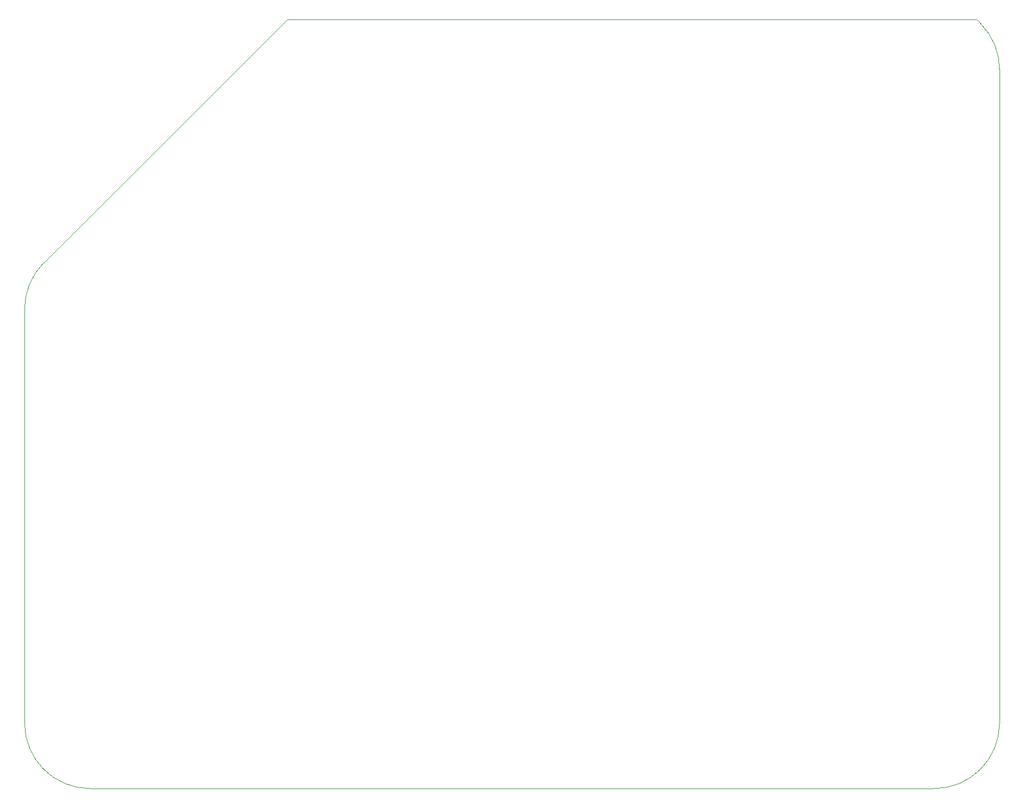
<source format=gko>
%TF.GenerationSoftware,KiCad,Pcbnew,8.0.3*%
%TF.CreationDate,2024-06-29T13:07:43+05:30*%
%TF.ProjectId,new kicad,6e657720-6b69-4636-9164-2e6b69636164,rev?*%
%TF.SameCoordinates,Original*%
%TF.FileFunction,Profile,NP*%
%FSLAX46Y46*%
G04 Gerber Fmt 4.6, Leading zero omitted, Abs format (unit mm)*
G04 Created by KiCad (PCBNEW 8.0.3) date 2024-06-29 13:07:43*
%MOMM*%
%LPD*%
G01*
G04 APERTURE LIST*
%TA.AperFunction,Profile*%
%ADD10C,0.050000*%
%TD*%
G04 APERTURE END LIST*
D10*
X218500000Y-143250000D02*
G75*
G02*
X208500000Y-153250000I-10000000J0D01*
G01*
X80000000Y-153250000D02*
X208500000Y-153250000D01*
X215571068Y-36571068D02*
G75*
G02*
X218499975Y-43642136I-7071068J-7071032D01*
G01*
X215000000Y-36000000D02*
X213750000Y-36000000D01*
X215571068Y-36571068D02*
X215000000Y-36000000D01*
X218500000Y-143250000D02*
X218500000Y-43642136D01*
X213750000Y-36000000D02*
X212375000Y-36000000D01*
X110000000Y-36000000D02*
X212375000Y-36000000D01*
X70000000Y-143250000D02*
X70000000Y-80142136D01*
X70000000Y-80142136D02*
G75*
G02*
X72928932Y-73071068I9999840J66D01*
G01*
X72928932Y-73071068D02*
X110001031Y-35998969D01*
X80000000Y-153250000D02*
G75*
G02*
X70000000Y-143250000I0J10000000D01*
G01*
M02*

</source>
